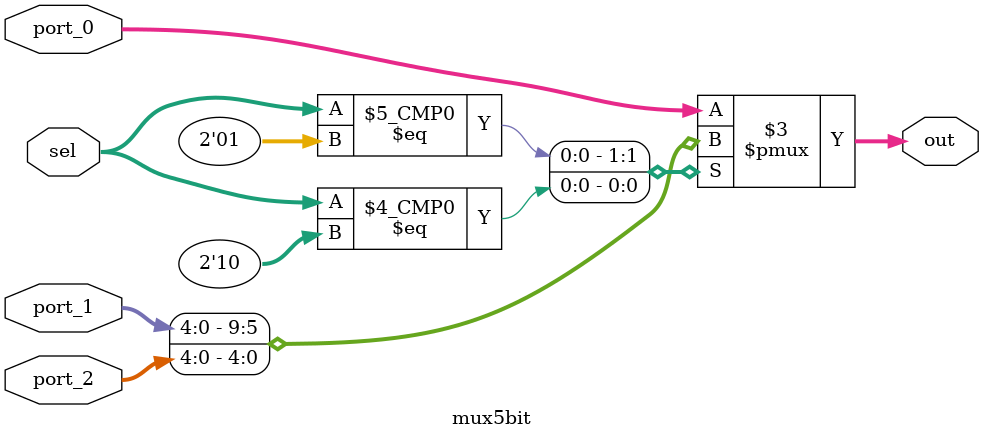
<source format=v>
module mux5bit(
	input[1:0]  sel,
	input[4:0] port_0,
	input[4:0] port_1,
	input[4:0] port_2,
	output reg[4:0] out
);
always @(*) begin
	case(sel)
		2'b00: out = port_0;
		2'b01: out = port_1;
		2'b10: out = port_2;
		default: out = port_0;
	endcase
end
endmodule
</source>
